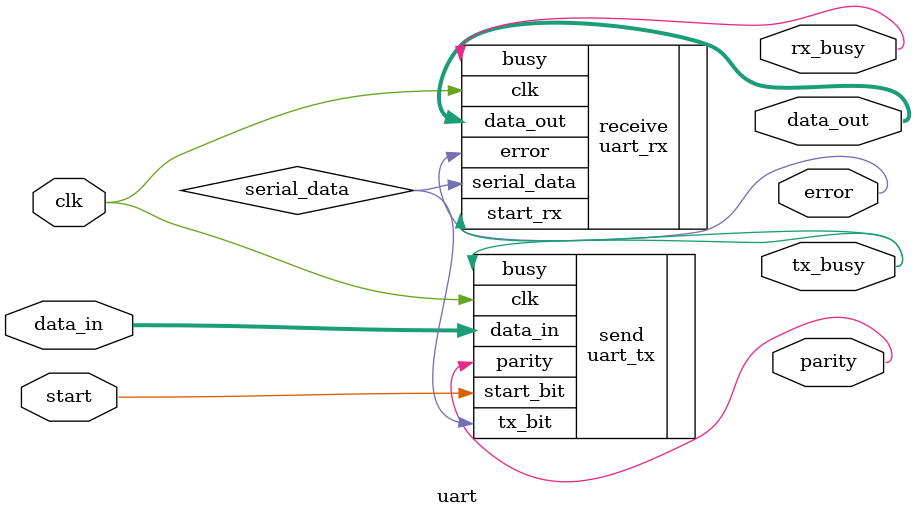
<source format=v>
`timescale 1ns / 1ps

module uart
#(parameter data_size=8)
(
input clk,
input [data_size-1:0] data_in,
input start,
output tx_busy,
output rx_busy,
output parity,
output [data_size-1:0] data_out,
output error
);

wire serial_data;

uart_tx send(.clk(clk),.data_in(data_in),.start_bit(start),.tx_bit(serial_data),
.parity(parity),.busy(tx_busy));

uart_rx receive(.clk(clk),.serial_data(serial_data),.start_rx(tx_busy),.busy(rx_busy),
.data_out(data_out),.error(error));

endmodule

</source>
